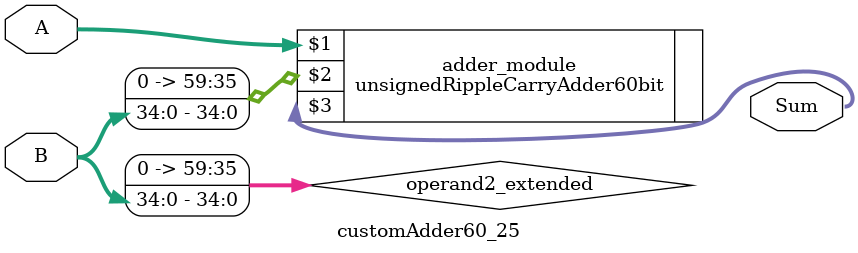
<source format=v>
module customAdder60_25(
                        input [59 : 0] A,
                        input [34 : 0] B,
                        
                        output [60 : 0] Sum
                );

        wire [59 : 0] operand2_extended;
        
        assign operand2_extended =  {25'b0, B};
        
        unsignedRippleCarryAdder60bit adder_module(
            A,
            operand2_extended,
            Sum
        );
        
        endmodule
        
</source>
